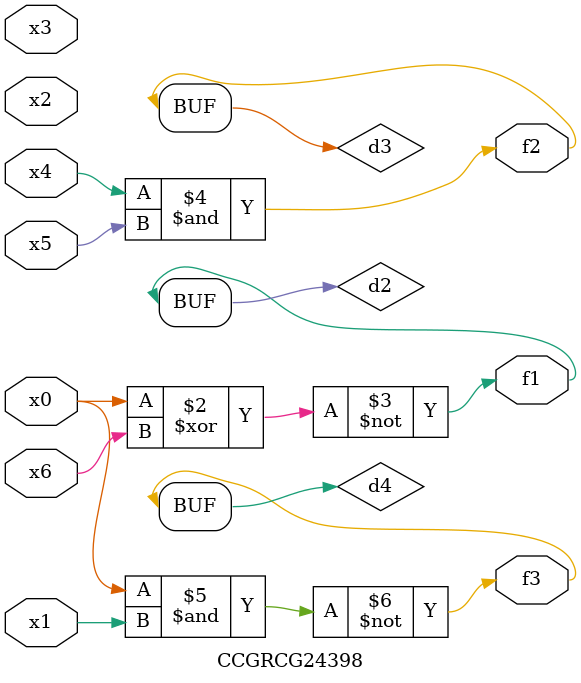
<source format=v>
module CCGRCG24398(
	input x0, x1, x2, x3, x4, x5, x6,
	output f1, f2, f3
);

	wire d1, d2, d3, d4;

	nor (d1, x0);
	xnor (d2, x0, x6);
	and (d3, x4, x5);
	nand (d4, x0, x1);
	assign f1 = d2;
	assign f2 = d3;
	assign f3 = d4;
endmodule

</source>
